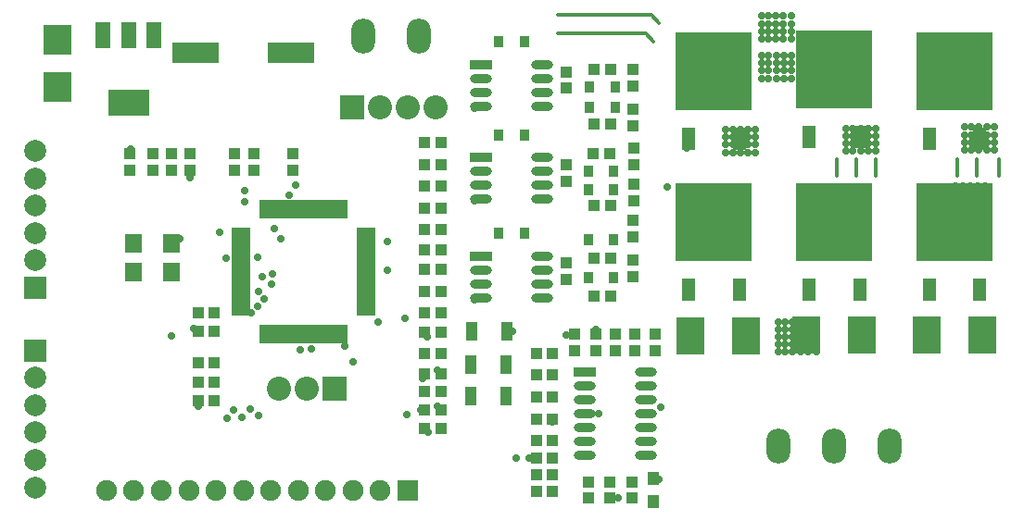
<source format=gbr>
G04*
G04 #@! TF.GenerationSoftware,Altium Limited,Altium Designer,22.4.2 (48)*
G04*
G04 Layer_Color=8388736*
%FSLAX44Y44*%
%MOMM*%
G71*
G04*
G04 #@! TF.SameCoordinates,66DA3E34-DB1B-427B-9A16-6C510F1B548E*
G04*
G04*
G04 #@! TF.FilePolarity,Negative*
G04*
G01*
G75*
%ADD11C,0.3000*%
%ADD37R,1.0000X1.0000*%
%ADD38O,2.0032X0.8532*%
%ADD39R,2.0032X0.8532*%
%ADD40R,0.9032X1.0532*%
%ADD41R,1.0000X1.0000*%
%ADD42R,1.1000X1.3000*%
%ADD43R,1.1032X1.8032*%
%ADD44R,0.5200X1.7400*%
%ADD45R,1.7400X0.5200*%
%ADD46R,1.6000X1.7000*%
%ADD47R,2.6000X3.5000*%
%ADD48R,1.1532X2.1032*%
%ADD49R,7.0032X7.1032*%
%ADD50R,4.2000X1.9000*%
%ADD51R,1.4032X2.4032*%
%ADD52R,3.8032X2.4032*%
%ADD53R,2.5032X2.7032*%
%ADD54C,2.2032*%
%ADD55R,2.2032X2.2032*%
%ADD56C,1.9032*%
%ADD57R,1.9032X1.9032*%
%ADD58C,2.0032*%
%ADD59R,2.0032X2.0032*%
%ADD60O,2.2032X3.2032*%
%ADD61C,0.7032*%
D11*
X697500Y567500D02*
Y582500D01*
X715000Y567500D02*
Y582500D01*
X735000Y567500D02*
Y582500D01*
X622500Y567500D02*
Y582500D01*
X605000Y567500D02*
Y582500D01*
X587500Y567500D02*
Y582500D01*
X412500Y697500D02*
X420000Y690000D01*
X332500Y697500D02*
X412500D01*
X417500Y715000D02*
X425000Y707500D01*
X332500Y715000D02*
X417500D01*
D37*
X401000Y526500D02*
D03*
Y511500D02*
D03*
Y664500D02*
D03*
Y649500D02*
D03*
Y628500D02*
D03*
Y613500D02*
D03*
X400000Y287500D02*
D03*
Y272500D02*
D03*
X380000D02*
D03*
Y287500D02*
D03*
X360000D02*
D03*
Y272500D02*
D03*
X90000Y587500D02*
D03*
Y572500D02*
D03*
X55000D02*
D03*
Y587500D02*
D03*
X37000Y572500D02*
D03*
Y587500D02*
D03*
X-4000Y572500D02*
D03*
Y587500D02*
D03*
X-21000Y572500D02*
D03*
Y587500D02*
D03*
X-38000Y572500D02*
D03*
Y587500D02*
D03*
X-59000D02*
D03*
Y572500D02*
D03*
X385000Y407500D02*
D03*
Y422500D02*
D03*
X403000Y407500D02*
D03*
Y422500D02*
D03*
X421000D02*
D03*
Y407500D02*
D03*
X367000D02*
D03*
Y422500D02*
D03*
X348000D02*
D03*
Y407500D02*
D03*
X340000Y487500D02*
D03*
Y472500D02*
D03*
X401000Y475500D02*
D03*
Y490500D02*
D03*
X402000Y559500D02*
D03*
Y544500D02*
D03*
Y592500D02*
D03*
Y577500D02*
D03*
X340000Y577500D02*
D03*
Y562500D02*
D03*
Y662500D02*
D03*
Y647500D02*
D03*
D38*
X413000Y311900D02*
D03*
Y324600D02*
D03*
Y337300D02*
D03*
Y350000D02*
D03*
Y362700D02*
D03*
Y375400D02*
D03*
Y388100D02*
D03*
X357000Y311900D02*
D03*
Y324600D02*
D03*
Y337300D02*
D03*
Y350000D02*
D03*
Y362700D02*
D03*
Y375400D02*
D03*
X318000Y630950D02*
D03*
Y643650D02*
D03*
Y656350D02*
D03*
Y669050D02*
D03*
X262000Y630950D02*
D03*
Y643650D02*
D03*
Y656350D02*
D03*
Y481350D02*
D03*
Y468650D02*
D03*
Y455950D02*
D03*
X318000Y494050D02*
D03*
Y481350D02*
D03*
Y468650D02*
D03*
Y455950D02*
D03*
X262000Y571350D02*
D03*
Y558650D02*
D03*
Y545950D02*
D03*
X318000Y584050D02*
D03*
Y571350D02*
D03*
Y558650D02*
D03*
Y545950D02*
D03*
D39*
X357000Y388100D02*
D03*
X262000Y669050D02*
D03*
Y494050D02*
D03*
Y584050D02*
D03*
D40*
X360500Y555000D02*
D03*
X383500D02*
D03*
X360500Y509000D02*
D03*
X383500D02*
D03*
X360500Y474000D02*
D03*
X383500D02*
D03*
X301500Y605000D02*
D03*
X278500D02*
D03*
X301500Y515000D02*
D03*
X278500D02*
D03*
X360500Y572000D02*
D03*
X383500D02*
D03*
X361500Y630000D02*
D03*
X384500D02*
D03*
X361500Y649000D02*
D03*
X384500D02*
D03*
X301500Y690000D02*
D03*
X278500D02*
D03*
D41*
X365500Y492000D02*
D03*
X380500D02*
D03*
X312500Y405000D02*
D03*
X327500D02*
D03*
X312500Y385000D02*
D03*
X327500D02*
D03*
Y365000D02*
D03*
X312500D02*
D03*
Y345000D02*
D03*
X327500D02*
D03*
X312500Y325000D02*
D03*
X327500D02*
D03*
X327500Y309000D02*
D03*
X312500D02*
D03*
X327500Y294000D02*
D03*
X312500D02*
D03*
Y279000D02*
D03*
X327500D02*
D03*
X210500Y336000D02*
D03*
X225500D02*
D03*
X210500Y353000D02*
D03*
X225500D02*
D03*
X210500Y370000D02*
D03*
X225500D02*
D03*
X210500Y386000D02*
D03*
X225500D02*
D03*
X210500Y405000D02*
D03*
X225500D02*
D03*
X210500Y424000D02*
D03*
X225500D02*
D03*
Y442000D02*
D03*
X210500D02*
D03*
X225500Y462000D02*
D03*
X210500D02*
D03*
X225500Y482000D02*
D03*
X210500D02*
D03*
Y500000D02*
D03*
X225500D02*
D03*
X210500Y518000D02*
D03*
X225500D02*
D03*
X210500Y538000D02*
D03*
X225500D02*
D03*
X210500Y558000D02*
D03*
X225500D02*
D03*
X210500Y578000D02*
D03*
X225500D02*
D03*
X210500Y598000D02*
D03*
X225500D02*
D03*
X3500Y396000D02*
D03*
X18500D02*
D03*
Y379000D02*
D03*
X3500D02*
D03*
X18500Y362000D02*
D03*
X3500D02*
D03*
X18500Y425000D02*
D03*
X3500D02*
D03*
Y442000D02*
D03*
X18500D02*
D03*
X365500Y457000D02*
D03*
X380500D02*
D03*
X365500Y540000D02*
D03*
X380500D02*
D03*
X364500Y588000D02*
D03*
X379500D02*
D03*
X365500Y615000D02*
D03*
X380500D02*
D03*
Y665000D02*
D03*
X365500D02*
D03*
D42*
X420000Y269500D02*
D03*
Y290500D02*
D03*
D43*
X286000Y425000D02*
D03*
X254000D02*
D03*
X285000Y395000D02*
D03*
X253000D02*
D03*
X285000Y366000D02*
D03*
X253000D02*
D03*
D44*
X62500Y537000D02*
D03*
X67500D02*
D03*
X72500D02*
D03*
X77500D02*
D03*
X82500D02*
D03*
X87500D02*
D03*
X92500D02*
D03*
X97500D02*
D03*
X102500D02*
D03*
X107500D02*
D03*
X112500D02*
D03*
X117500D02*
D03*
X122500D02*
D03*
X127500D02*
D03*
X132500D02*
D03*
X137500D02*
D03*
Y423000D02*
D03*
X132500D02*
D03*
X127500D02*
D03*
X122500D02*
D03*
X117500D02*
D03*
X112500D02*
D03*
X107500D02*
D03*
X102500D02*
D03*
X97500D02*
D03*
X92500D02*
D03*
X87500D02*
D03*
X82500D02*
D03*
X77500D02*
D03*
X72500D02*
D03*
X67500D02*
D03*
X62500D02*
D03*
D45*
X157000Y517500D02*
D03*
Y512500D02*
D03*
Y507500D02*
D03*
Y502500D02*
D03*
Y497500D02*
D03*
Y492500D02*
D03*
Y487500D02*
D03*
Y482500D02*
D03*
Y477500D02*
D03*
Y472500D02*
D03*
Y467500D02*
D03*
Y462500D02*
D03*
Y457500D02*
D03*
Y452500D02*
D03*
Y447500D02*
D03*
Y442500D02*
D03*
X43000D02*
D03*
Y447500D02*
D03*
Y452500D02*
D03*
Y457500D02*
D03*
Y462500D02*
D03*
Y467500D02*
D03*
Y472500D02*
D03*
Y477500D02*
D03*
Y482500D02*
D03*
Y487500D02*
D03*
Y492500D02*
D03*
Y497500D02*
D03*
Y502500D02*
D03*
Y507500D02*
D03*
Y512500D02*
D03*
Y517500D02*
D03*
D46*
X-20500Y506000D02*
D03*
X-55500D02*
D03*
X-20500Y479000D02*
D03*
X-55500D02*
D03*
D47*
X720500Y422000D02*
D03*
X669500D02*
D03*
X610500D02*
D03*
X559500D02*
D03*
X504500Y421000D02*
D03*
X453500D02*
D03*
D48*
X452000Y463000D02*
D03*
X498000D02*
D03*
X452000Y601500D02*
D03*
X498000D02*
D03*
X608000Y463000D02*
D03*
X562000D02*
D03*
X608000Y603000D02*
D03*
X562000D02*
D03*
X718000Y463000D02*
D03*
X672000D02*
D03*
X718000Y601500D02*
D03*
X672000D02*
D03*
D49*
X475000Y525000D02*
D03*
Y663500D02*
D03*
X585000Y525000D02*
D03*
Y665000D02*
D03*
X695000Y525000D02*
D03*
Y663500D02*
D03*
D50*
X1500Y680000D02*
D03*
X88500D02*
D03*
D51*
X-37000Y696000D02*
D03*
X-60000D02*
D03*
X-83000D02*
D03*
D52*
X-60000Y634000D02*
D03*
D53*
X-124995Y648499D02*
D03*
Y691499D02*
D03*
D54*
X195000Y630000D02*
D03*
X220400D02*
D03*
X169600D02*
D03*
X77600Y373000D02*
D03*
X103000D02*
D03*
D55*
X144200Y630000D02*
D03*
X128400Y373000D02*
D03*
D56*
X-80000Y280000D02*
D03*
X-55000D02*
D03*
X20000D02*
D03*
X45000D02*
D03*
X70000D02*
D03*
X95000D02*
D03*
X170000D02*
D03*
X145000D02*
D03*
X120000D02*
D03*
X-5000D02*
D03*
X-30000D02*
D03*
D57*
X195000D02*
D03*
D58*
X-145000Y307500D02*
D03*
Y332500D02*
D03*
Y357500D02*
D03*
Y382500D02*
D03*
Y282500D02*
D03*
Y565000D02*
D03*
Y540000D02*
D03*
Y515000D02*
D03*
Y490000D02*
D03*
Y590000D02*
D03*
D59*
Y407500D02*
D03*
Y465000D02*
D03*
D60*
X154600Y695000D02*
D03*
X205400D02*
D03*
X534200Y320000D02*
D03*
X585000D02*
D03*
X635800D02*
D03*
D61*
X145000Y397500D02*
D03*
X87179Y550070D02*
D03*
X425000Y290000D02*
D03*
X387500Y272500D02*
D03*
X518893Y656621D02*
D03*
Y663621D02*
D03*
Y670621D02*
D03*
Y677621D02*
D03*
X524893Y656621D02*
D03*
Y663621D02*
D03*
Y670621D02*
D03*
Y677621D02*
D03*
X545893Y656621D02*
D03*
X538893D02*
D03*
X531893D02*
D03*
X545893Y663621D02*
D03*
X538893D02*
D03*
X531893D02*
D03*
X545893Y670621D02*
D03*
X538893D02*
D03*
X531893D02*
D03*
X545893Y677621D02*
D03*
X538893D02*
D03*
X531893D02*
D03*
X531500Y713500D02*
D03*
X538500D02*
D03*
X545500D02*
D03*
X531500Y706500D02*
D03*
X538500D02*
D03*
X545500D02*
D03*
X531500Y699500D02*
D03*
X538500D02*
D03*
X545500D02*
D03*
X531500Y692500D02*
D03*
X538500D02*
D03*
X545500D02*
D03*
X524500Y713500D02*
D03*
Y706500D02*
D03*
Y699500D02*
D03*
Y692500D02*
D03*
X518500Y713500D02*
D03*
Y706500D02*
D03*
Y699500D02*
D03*
Y692500D02*
D03*
X704000Y591000D02*
D03*
Y598000D02*
D03*
Y605000D02*
D03*
Y612000D02*
D03*
X710000Y591000D02*
D03*
Y598000D02*
D03*
Y605000D02*
D03*
Y612000D02*
D03*
X731000Y591000D02*
D03*
X724000D02*
D03*
X717000D02*
D03*
X731000Y598000D02*
D03*
X724000D02*
D03*
X717000D02*
D03*
X731000Y605000D02*
D03*
X724000D02*
D03*
X717000D02*
D03*
X731000Y612000D02*
D03*
X724000D02*
D03*
X717000D02*
D03*
X696000Y537000D02*
D03*
Y544000D02*
D03*
Y551000D02*
D03*
Y558000D02*
D03*
X702000Y537000D02*
D03*
Y544000D02*
D03*
Y551000D02*
D03*
Y558000D02*
D03*
X723000Y537000D02*
D03*
X716000D02*
D03*
X709000D02*
D03*
X723000Y544000D02*
D03*
X716000D02*
D03*
X709000D02*
D03*
X723000Y551000D02*
D03*
X716000D02*
D03*
X709000D02*
D03*
X723000Y558000D02*
D03*
X716000D02*
D03*
X709000D02*
D03*
X596000Y590000D02*
D03*
Y597000D02*
D03*
Y604000D02*
D03*
Y611000D02*
D03*
X602000Y590000D02*
D03*
Y597000D02*
D03*
Y604000D02*
D03*
Y611000D02*
D03*
X623000Y590000D02*
D03*
X616000D02*
D03*
X609000D02*
D03*
X623000Y597000D02*
D03*
X616000D02*
D03*
X609000D02*
D03*
X623000Y604000D02*
D03*
X616000D02*
D03*
X609000D02*
D03*
X623000Y611000D02*
D03*
X616000D02*
D03*
X609000D02*
D03*
X588000Y536000D02*
D03*
Y543000D02*
D03*
Y550000D02*
D03*
Y557000D02*
D03*
X594000Y536000D02*
D03*
Y543000D02*
D03*
Y550000D02*
D03*
Y557000D02*
D03*
X615000Y536000D02*
D03*
X608000D02*
D03*
X601000D02*
D03*
X615000Y543000D02*
D03*
X608000D02*
D03*
X601000D02*
D03*
X615000Y550000D02*
D03*
X608000D02*
D03*
X601000D02*
D03*
X615000Y557000D02*
D03*
X608000D02*
D03*
X601000D02*
D03*
X64000Y455000D02*
D03*
X58000Y448000D02*
D03*
X107000Y409000D02*
D03*
X97000Y408000D02*
D03*
X193000Y436980D02*
D03*
X168000Y434000D02*
D03*
X213000Y420000D02*
D03*
X222000Y390000D02*
D03*
Y357000D02*
D03*
X52251Y442481D02*
D03*
X209000Y382000D02*
D03*
X214000Y333000D02*
D03*
X194020Y349000D02*
D03*
X207000Y353000D02*
D03*
X291000Y425000D02*
D03*
X-21000Y421000D02*
D03*
X59000Y462000D02*
D03*
X72000Y478000D02*
D03*
X71000Y468000D02*
D03*
X62000Y475000D02*
D03*
X59000Y348000D02*
D03*
X51000Y354000D02*
D03*
X36450Y353450D02*
D03*
X0Y428000D02*
D03*
X58000Y493020D02*
D03*
X43791Y346890D02*
D03*
X29000Y492000D02*
D03*
X73000Y519000D02*
D03*
X79000Y510000D02*
D03*
X30412Y345588D02*
D03*
X23000Y516000D02*
D03*
X340000Y422000D02*
D03*
X138000Y412000D02*
D03*
X306090Y309000D02*
D03*
X294000D02*
D03*
X327000Y342000D02*
D03*
X367000Y427000D02*
D03*
X491000Y556000D02*
D03*
X498000D02*
D03*
X505000D02*
D03*
X491000Y549000D02*
D03*
X498000D02*
D03*
X505000D02*
D03*
X491000Y542000D02*
D03*
X498000D02*
D03*
X505000D02*
D03*
X491000Y535000D02*
D03*
X498000D02*
D03*
X505000D02*
D03*
X484000Y556000D02*
D03*
Y549000D02*
D03*
Y542000D02*
D03*
Y535000D02*
D03*
X478000Y556000D02*
D03*
Y549000D02*
D03*
Y542000D02*
D03*
Y535000D02*
D03*
X499000Y610000D02*
D03*
X506000D02*
D03*
X513000D02*
D03*
X499000Y603000D02*
D03*
X506000D02*
D03*
X513000D02*
D03*
X499000Y596000D02*
D03*
X506000D02*
D03*
X513000D02*
D03*
X499000Y589000D02*
D03*
X506000D02*
D03*
X513000D02*
D03*
X492000Y610000D02*
D03*
Y603000D02*
D03*
Y596000D02*
D03*
Y589000D02*
D03*
X486000Y610000D02*
D03*
Y603000D02*
D03*
Y596000D02*
D03*
Y589000D02*
D03*
X426000Y356000D02*
D03*
X569000Y407000D02*
D03*
Y413000D02*
D03*
Y420000D02*
D03*
Y427000D02*
D03*
Y434000D02*
D03*
X534000Y407000D02*
D03*
Y413000D02*
D03*
Y420000D02*
D03*
Y427000D02*
D03*
Y434000D02*
D03*
X540000Y407000D02*
D03*
Y413000D02*
D03*
Y420000D02*
D03*
Y427000D02*
D03*
Y434000D02*
D03*
X561000Y407000D02*
D03*
X554000D02*
D03*
X547000D02*
D03*
X561000Y413000D02*
D03*
X554000D02*
D03*
X547000D02*
D03*
X561000Y420000D02*
D03*
X554000D02*
D03*
X547000D02*
D03*
X561000Y427000D02*
D03*
X554000D02*
D03*
X547000D02*
D03*
X561000Y434000D02*
D03*
X554000D02*
D03*
X547000D02*
D03*
X432000Y557500D02*
D03*
X450000Y593000D02*
D03*
X256000Y454000D02*
D03*
Y545000D02*
D03*
Y629000D02*
D03*
X177000Y507000D02*
D03*
Y481000D02*
D03*
X-13000Y510000D02*
D03*
X93000Y559000D02*
D03*
X46000Y544000D02*
D03*
Y554000D02*
D03*
X11000Y679000D02*
D03*
X-4000Y566090D02*
D03*
X4000Y357000D02*
D03*
X-58000Y592000D02*
D03*
X370000Y350000D02*
D03*
M02*

</source>
